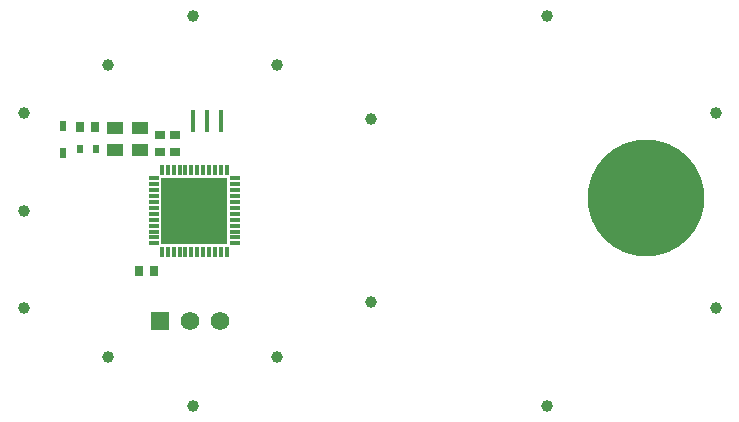
<source format=gbr>
G04*
G04 #@! TF.GenerationSoftware,Altium Limited,Altium Designer,25.8.1 (18)*
G04*
G04 Layer_Color=255*
%FSLAX44Y44*%
%MOMM*%
G71*
G04*
G04 #@! TF.SameCoordinates,DC2A109C-38F9-4662-A5C9-921089D2BF11*
G04*
G04*
G04 #@! TF.FilePolarity,Positive*
G04*
G01*
G75*
G04:AMPARAMS|DCode=18|XSize=1mm|YSize=1mm|CornerRadius=0.5mm|HoleSize=0mm|Usage=FLASHONLY|Rotation=90.000|XOffset=0mm|YOffset=0mm|HoleType=Round|Shape=RoundedRectangle|*
%AMROUNDEDRECTD18*
21,1,1.0000,0.0000,0,0,90.0*
21,1,0.0000,1.0000,0,0,90.0*
1,1,1.0000,0.0000,0.0000*
1,1,1.0000,0.0000,0.0000*
1,1,1.0000,0.0000,0.0000*
1,1,1.0000,0.0000,0.0000*
%
%ADD18ROUNDEDRECTD18*%
G04:AMPARAMS|DCode=20|XSize=1mm|YSize=1mm|CornerRadius=0.5mm|HoleSize=0mm|Usage=FLASHONLY|Rotation=210.000|XOffset=0mm|YOffset=0mm|HoleType=Round|Shape=RoundedRectangle|*
%AMROUNDEDRECTD20*
21,1,1.0000,0.0000,0,0,210.0*
21,1,0.0000,1.0000,0,0,210.0*
1,1,1.0000,0.0000,0.0000*
1,1,1.0000,0.0000,0.0000*
1,1,1.0000,0.0000,0.0000*
1,1,1.0000,0.0000,0.0000*
%
%ADD20ROUNDEDRECTD20*%
G04:AMPARAMS|DCode=21|XSize=1mm|YSize=1mm|CornerRadius=0.5mm|HoleSize=0mm|Usage=FLASHONLY|Rotation=150.000|XOffset=0mm|YOffset=0mm|HoleType=Round|Shape=RoundedRectangle|*
%AMROUNDEDRECTD21*
21,1,1.0000,0.0000,0,0,150.0*
21,1,0.0000,1.0000,0,0,150.0*
1,1,1.0000,0.0000,0.0000*
1,1,1.0000,0.0000,0.0000*
1,1,1.0000,0.0000,0.0000*
1,1,1.0000,0.0000,0.0000*
%
%ADD21ROUNDEDRECTD21*%
%ADD27R,0.8900X0.6400*%
%ADD36R,1.5700X1.5700*%
%ADD37C,1.5700*%
%ADD45C,9.9060*%
%ADD46R,1.3970X1.0922*%
%ADD47R,0.5000X0.9000*%
%ADD48R,0.6000X0.8000*%
%ADD49R,0.8000X0.9500*%
%ADD50R,0.3000X0.8500*%
%ADD51R,0.8500X0.3000*%
%ADD52R,5.7000X5.7000*%
%ADD53R,0.4001X1.9000*%
D18*
X-1679Y77521D02*
D03*
Y-77521D02*
D03*
X-80899Y-123901D02*
D03*
X290700Y-82601D02*
D03*
X-295468Y82601D02*
D03*
X-223901Y123901D02*
D03*
D20*
X147599Y165199D02*
D03*
Y-165199D02*
D03*
X-152400Y165199D02*
D03*
Y-165199D02*
D03*
X-223901Y-123901D02*
D03*
X-80899Y123901D02*
D03*
D21*
X-295501Y0D02*
D03*
X-295468Y-82601D02*
D03*
X290700Y82601D02*
D03*
D27*
X-180237Y64056D02*
D03*
Y50056D02*
D03*
X-167537D02*
D03*
Y64056D02*
D03*
D36*
X-179978Y-93003D02*
D03*
D37*
X-154578D02*
D03*
X-129178D02*
D03*
D45*
X231803Y10668D02*
D03*
D46*
X-218186Y51689D02*
D03*
Y70231D02*
D03*
X-196596Y51689D02*
D03*
Y70231D02*
D03*
D47*
X-261928Y48953D02*
D03*
Y71953D02*
D03*
D48*
X-234046Y52070D02*
D03*
X-248046D02*
D03*
D49*
X-234796Y71120D02*
D03*
X-247296D02*
D03*
X-197766Y-50800D02*
D03*
X-185266D02*
D03*
D50*
X-178405Y34572D02*
D03*
X-173405D02*
D03*
X-168405D02*
D03*
X-163405D02*
D03*
X-158405D02*
D03*
X-153405D02*
D03*
X-133405D02*
D03*
X-128405D02*
D03*
X-123405D02*
D03*
Y-34428D02*
D03*
X-128405D02*
D03*
X-133405D02*
D03*
X-138405D02*
D03*
X-143405D02*
D03*
X-153405D02*
D03*
X-158405D02*
D03*
X-163405D02*
D03*
X-168405D02*
D03*
X-173405D02*
D03*
X-178405D02*
D03*
X-148405Y34572D02*
D03*
X-138405D02*
D03*
X-143405D02*
D03*
X-148405Y-34428D02*
D03*
D51*
X-116405Y27572D02*
D03*
Y22572D02*
D03*
Y17572D02*
D03*
Y12572D02*
D03*
Y7572D02*
D03*
Y2572D02*
D03*
Y-2428D02*
D03*
Y-7428D02*
D03*
Y-12428D02*
D03*
Y-17428D02*
D03*
Y-22428D02*
D03*
Y-27428D02*
D03*
X-185405D02*
D03*
Y-22428D02*
D03*
Y-17428D02*
D03*
Y-12428D02*
D03*
Y-7428D02*
D03*
Y-2428D02*
D03*
Y2572D02*
D03*
Y7572D02*
D03*
Y12572D02*
D03*
Y17572D02*
D03*
Y22572D02*
D03*
Y27572D02*
D03*
D52*
X-150905Y72D02*
D03*
D53*
X-128410Y76493D02*
D03*
X-140409D02*
D03*
X-152408D02*
D03*
M02*

</source>
